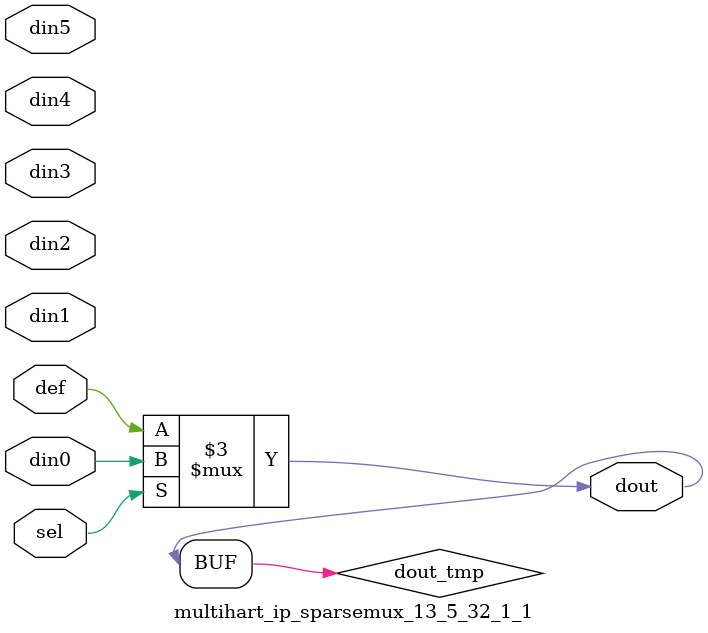
<source format=v>
`timescale 1ns / 1ps

module multihart_ip_sparsemux_13_5_32_1_1 (din0,din1,din2,din3,din4,din5,def,sel,dout);

parameter din0_WIDTH = 1;

parameter din1_WIDTH = 1;

parameter din2_WIDTH = 1;

parameter din3_WIDTH = 1;

parameter din4_WIDTH = 1;

parameter din5_WIDTH = 1;

parameter def_WIDTH = 1;
parameter sel_WIDTH = 1;
parameter dout_WIDTH = 1;

parameter [sel_WIDTH-1:0] CASE0 = 1;

parameter [sel_WIDTH-1:0] CASE1 = 1;

parameter [sel_WIDTH-1:0] CASE2 = 1;

parameter [sel_WIDTH-1:0] CASE3 = 1;

parameter [sel_WIDTH-1:0] CASE4 = 1;

parameter [sel_WIDTH-1:0] CASE5 = 1;

parameter ID = 1;
parameter NUM_STAGE = 1;



input [din0_WIDTH-1:0] din0;

input [din1_WIDTH-1:0] din1;

input [din2_WIDTH-1:0] din2;

input [din3_WIDTH-1:0] din3;

input [din4_WIDTH-1:0] din4;

input [din5_WIDTH-1:0] din5;

input [def_WIDTH-1:0] def;
input [sel_WIDTH-1:0] sel;

output [dout_WIDTH-1:0] dout;



reg [dout_WIDTH-1:0] dout_tmp;


always @ (*) begin
(* parallel_case *) case (sel)
    
    CASE0 : dout_tmp = din0;
    
    CASE1 : dout_tmp = din1;
    
    CASE2 : dout_tmp = din2;
    
    CASE3 : dout_tmp = din3;
    
    CASE4 : dout_tmp = din4;
    
    CASE5 : dout_tmp = din5;
    
    default : dout_tmp = def;
endcase
end


assign dout = dout_tmp;



endmodule

</source>
